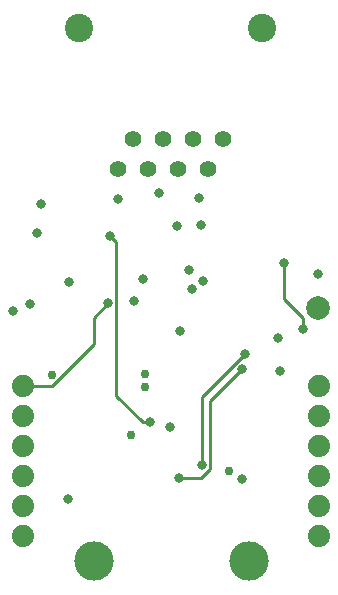
<source format=gbr>
G04 #@! TF.GenerationSoftware,KiCad,Pcbnew,5.0.2+dfsg1-1*
G04 #@! TF.CreationDate,2020-08-15T21:59:55-04:00*
G04 #@! TF.ProjectId,interceptor,696e7465-7263-4657-9074-6f722e6b6963,rev?*
G04 #@! TF.SameCoordinates,Original*
G04 #@! TF.FileFunction,Copper,L3,Inr*
G04 #@! TF.FilePolarity,Positive*
%FSLAX46Y46*%
G04 Gerber Fmt 4.6, Leading zero omitted, Abs format (unit mm)*
G04 Created by KiCad (PCBNEW 5.0.2+dfsg1-1) date Sat 15 Aug 2020 09:59:55 PM EDT*
%MOMM*%
%LPD*%
G01*
G04 APERTURE LIST*
G04 #@! TA.AperFunction,ViaPad*
%ADD10C,3.327400*%
G04 #@! TD*
G04 #@! TA.AperFunction,ViaPad*
%ADD11C,2.400000*%
G04 #@! TD*
G04 #@! TA.AperFunction,ViaPad*
%ADD12C,1.408000*%
G04 #@! TD*
G04 #@! TA.AperFunction,ViaPad*
%ADD13C,1.879600*%
G04 #@! TD*
G04 #@! TA.AperFunction,ViaPad*
%ADD14C,2.000000*%
G04 #@! TD*
G04 #@! TA.AperFunction,ViaPad*
%ADD15C,0.756400*%
G04 #@! TD*
G04 #@! TA.AperFunction,ViaPad*
%ADD16C,0.800000*%
G04 #@! TD*
G04 #@! TA.AperFunction,Conductor*
%ADD17C,0.250000*%
G04 #@! TD*
G04 APERTURE END LIST*
D10*
G04 #@! TO.N,N/C*
G04 #@! TO.C,J3*
X137745100Y-120859600D03*
G04 #@! TO.N,Net-(J3-Pad1)*
X150876900Y-120859600D03*
G04 #@! TD*
D11*
G04 #@! TO.N,N/C*
G04 #@! TO.C,J15*
X136500000Y-75700000D03*
X152000000Y-75700000D03*
D12*
G04 #@! TO.N,GND*
X148695000Y-85100000D03*
G04 #@! TO.N,N/C*
X141075000Y-85100000D03*
G04 #@! TO.N,GND*
X143615000Y-85100000D03*
G04 #@! TO.N,/CAN1_L*
X146155000Y-85100000D03*
G04 #@! TO.N,N/C*
X147425000Y-87640000D03*
X144885000Y-87640000D03*
G04 #@! TO.N,/CAN1_H*
X142345000Y-87640000D03*
G04 #@! TO.N,N/C*
X139805000Y-87640000D03*
G04 #@! TD*
D13*
G04 #@! TO.N,/ACCEL1*
G04 #@! TO.C,J1*
X156845900Y-106000600D03*
G04 #@! TO.N,GND*
X156845900Y-108540600D03*
G04 #@! TO.N,VCC*
X156845900Y-111080600D03*
G04 #@! TO.N,/ACCEL2*
X156845900Y-113620600D03*
G04 #@! TO.N,GND*
X156845900Y-116160600D03*
G04 #@! TO.N,VCC*
X156845900Y-118700600D03*
G04 #@! TD*
G04 #@! TO.N,/DAC1*
G04 #@! TO.C,J2*
X131776100Y-106000600D03*
G04 #@! TO.N,GND*
X131776100Y-108540600D03*
G04 #@! TO.N,VCC*
X131776100Y-111080600D03*
G04 #@! TO.N,/DAC2*
X131776100Y-113620600D03*
G04 #@! TO.N,GND*
X131776100Y-116160600D03*
G04 #@! TO.N,VCC*
X131776100Y-118700600D03*
G04 #@! TD*
D14*
G04 #@! TO.N,/BOOT0*
G04 #@! TO.C,DFU*
X156700000Y-99400000D03*
G04 #@! TD*
D15*
G04 #@! TO.N,GND*
X140945500Y-110191600D03*
X134189100Y-105060800D03*
D16*
X153884700Y-95615300D03*
X155500000Y-101200000D03*
X146800000Y-92400000D03*
X144800000Y-92500000D03*
G04 #@! TO.N,VCC*
X139800000Y-90200000D03*
X146700000Y-90100000D03*
X156700000Y-96558300D03*
X133300000Y-90600000D03*
X132377410Y-99100000D03*
X145800000Y-96200000D03*
X146993885Y-97105928D03*
G04 #@! TO.N,/BOOT0*
X145057500Y-101400000D03*
G04 #@! TO.N,/CAN1_EN*
X143300000Y-89700000D03*
X146100000Y-97799992D03*
G04 #@! TO.N,Net-(R17-Pad1)*
X150600000Y-103300000D03*
X146900000Y-112700000D03*
G04 #@! TO.N,Net-(R16-Pad1)*
X145000000Y-113800000D03*
X150300000Y-104600000D03*
D15*
G04 #@! TO.N,/LEDG*
X149200500Y-113188800D03*
D16*
X135600000Y-115600000D03*
G04 #@! TO.N,Net-(R8-Pad2)*
X132950000Y-93100000D03*
X144200000Y-109500000D03*
G04 #@! TO.N,Net-(R7-Pad2)*
X142500000Y-109100000D03*
X139100000Y-93300000D03*
D15*
G04 #@! TO.N,Net-(R24-Pad1)*
X142088500Y-106102200D03*
D16*
X150300000Y-113900000D03*
D15*
G04 #@! TO.N,Net-(R23-Pad1)*
X142088500Y-105010000D03*
D16*
X153500000Y-104800000D03*
G04 #@! TO.N,Net-(R2-Pad1)*
X130900000Y-99700000D03*
G04 #@! TO.N,/DAC1*
X139000000Y-99000000D03*
X153330301Y-102000000D03*
X141200000Y-98800000D03*
G04 #@! TO.N,Net-(R1-Pad2)*
X141900000Y-97000000D03*
G04 #@! TO.N,/DAC2*
X135700000Y-97200000D03*
G04 #@! TD*
D17*
G04 #@! TO.N,GND*
X153884700Y-98675254D02*
X155500000Y-100290554D01*
X153884700Y-95615300D02*
X153884700Y-98675254D01*
X155500000Y-100290554D02*
X155500000Y-101200000D01*
G04 #@! TO.N,Net-(R17-Pad1)*
X146900000Y-107000000D02*
X146900000Y-112134315D01*
X146900000Y-112134315D02*
X146900000Y-112700000D01*
X150600000Y-103300000D02*
X146900000Y-107000000D01*
G04 #@! TO.N,Net-(R16-Pad1)*
X147577401Y-113025153D02*
X147577401Y-107777401D01*
X145000000Y-113800000D02*
X146802554Y-113800000D01*
X146802554Y-113800000D02*
X147577401Y-113025153D01*
X147577401Y-107777401D02*
X147600000Y-107754802D01*
X147600000Y-107754802D02*
X147600000Y-107300000D01*
X147600000Y-107300000D02*
X150300000Y-104600000D01*
G04 #@! TO.N,Net-(R7-Pad2)*
X139677401Y-106843086D02*
X139677401Y-93877401D01*
X142500000Y-109100000D02*
X141934315Y-109100000D01*
X141934315Y-109100000D02*
X139677401Y-106843086D01*
X139677401Y-93877401D02*
X139100000Y-93300000D01*
G04 #@! TO.N,/DAC1*
X137749899Y-102470291D02*
X137749899Y-100250101D01*
X131776100Y-106000600D02*
X134219590Y-106000600D01*
X134219590Y-106000600D02*
X137749899Y-102470291D01*
X137749899Y-100250101D02*
X139000000Y-99000000D01*
G04 #@! TD*
M02*

</source>
